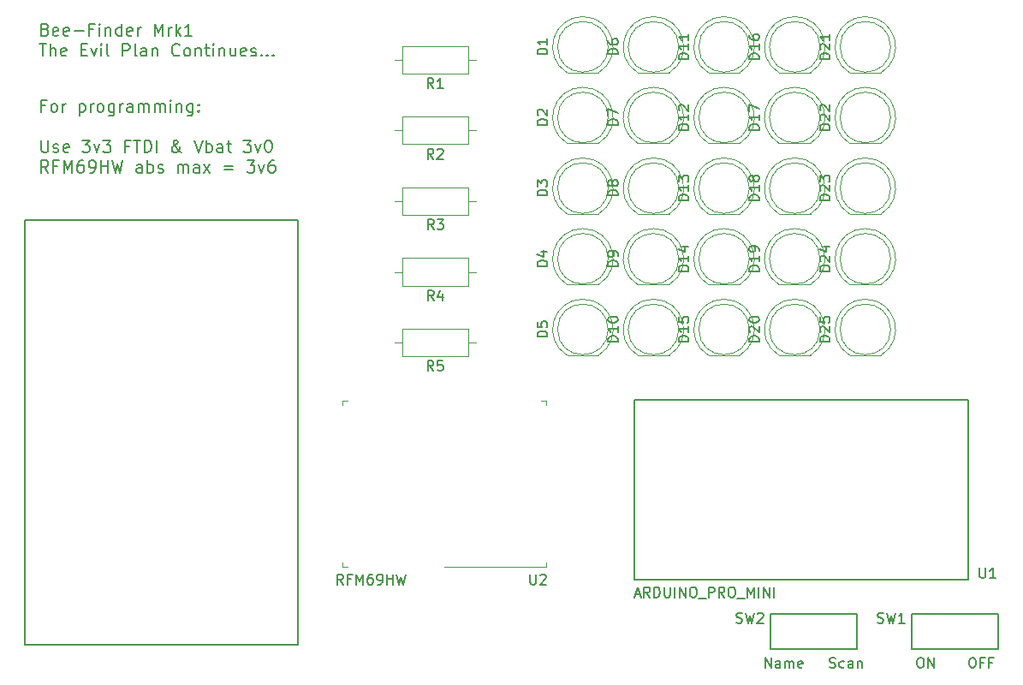
<source format=gbr>
G04 #@! TF.GenerationSoftware,KiCad,Pcbnew,(5.0.2-5)-5*
G04 #@! TF.CreationDate,2022-03-24T12:02:08+00:00*
G04 #@! TF.ProjectId,bee-badge-2000,6265652d-6261-4646-9765-2d323030302e,rev?*
G04 #@! TF.SameCoordinates,Original*
G04 #@! TF.FileFunction,Legend,Top*
G04 #@! TF.FilePolarity,Positive*
%FSLAX46Y46*%
G04 Gerber Fmt 4.6, Leading zero omitted, Abs format (unit mm)*
G04 Created by KiCad (PCBNEW (5.0.2-5)-5) date Thursday, 24 March 2022 at 12:02:08*
%MOMM*%
%LPD*%
G01*
G04 APERTURE LIST*
%ADD10C,0.200000*%
%ADD11C,0.150000*%
%ADD12C,0.120000*%
%ADD13C,0.127000*%
%ADD14C,0.100000*%
G04 APERTURE END LIST*
D10*
X84000714Y-29299285D02*
X83600714Y-29299285D01*
X83600714Y-29927857D02*
X83600714Y-28727857D01*
X84172142Y-28727857D01*
X84800714Y-29927857D02*
X84686428Y-29870714D01*
X84629285Y-29813571D01*
X84572142Y-29699285D01*
X84572142Y-29356428D01*
X84629285Y-29242142D01*
X84686428Y-29185000D01*
X84800714Y-29127857D01*
X84972142Y-29127857D01*
X85086428Y-29185000D01*
X85143571Y-29242142D01*
X85200714Y-29356428D01*
X85200714Y-29699285D01*
X85143571Y-29813571D01*
X85086428Y-29870714D01*
X84972142Y-29927857D01*
X84800714Y-29927857D01*
X85715000Y-29927857D02*
X85715000Y-29127857D01*
X85715000Y-29356428D02*
X85772142Y-29242142D01*
X85829285Y-29185000D01*
X85943571Y-29127857D01*
X86057857Y-29127857D01*
X87372142Y-29127857D02*
X87372142Y-30327857D01*
X87372142Y-29185000D02*
X87486428Y-29127857D01*
X87715000Y-29127857D01*
X87829285Y-29185000D01*
X87886428Y-29242142D01*
X87943571Y-29356428D01*
X87943571Y-29699285D01*
X87886428Y-29813571D01*
X87829285Y-29870714D01*
X87715000Y-29927857D01*
X87486428Y-29927857D01*
X87372142Y-29870714D01*
X88457857Y-29927857D02*
X88457857Y-29127857D01*
X88457857Y-29356428D02*
X88515000Y-29242142D01*
X88572142Y-29185000D01*
X88686428Y-29127857D01*
X88800714Y-29127857D01*
X89372142Y-29927857D02*
X89257857Y-29870714D01*
X89200714Y-29813571D01*
X89143571Y-29699285D01*
X89143571Y-29356428D01*
X89200714Y-29242142D01*
X89257857Y-29185000D01*
X89372142Y-29127857D01*
X89543571Y-29127857D01*
X89657857Y-29185000D01*
X89715000Y-29242142D01*
X89772142Y-29356428D01*
X89772142Y-29699285D01*
X89715000Y-29813571D01*
X89657857Y-29870714D01*
X89543571Y-29927857D01*
X89372142Y-29927857D01*
X90800714Y-29127857D02*
X90800714Y-30099285D01*
X90743571Y-30213571D01*
X90686428Y-30270714D01*
X90572142Y-30327857D01*
X90400714Y-30327857D01*
X90286428Y-30270714D01*
X90800714Y-29870714D02*
X90686428Y-29927857D01*
X90457857Y-29927857D01*
X90343571Y-29870714D01*
X90286428Y-29813571D01*
X90229285Y-29699285D01*
X90229285Y-29356428D01*
X90286428Y-29242142D01*
X90343571Y-29185000D01*
X90457857Y-29127857D01*
X90686428Y-29127857D01*
X90800714Y-29185000D01*
X91372142Y-29927857D02*
X91372142Y-29127857D01*
X91372142Y-29356428D02*
X91429285Y-29242142D01*
X91486428Y-29185000D01*
X91600714Y-29127857D01*
X91715000Y-29127857D01*
X92629285Y-29927857D02*
X92629285Y-29299285D01*
X92572142Y-29185000D01*
X92457857Y-29127857D01*
X92229285Y-29127857D01*
X92115000Y-29185000D01*
X92629285Y-29870714D02*
X92515000Y-29927857D01*
X92229285Y-29927857D01*
X92115000Y-29870714D01*
X92057857Y-29756428D01*
X92057857Y-29642142D01*
X92115000Y-29527857D01*
X92229285Y-29470714D01*
X92515000Y-29470714D01*
X92629285Y-29413571D01*
X93200714Y-29927857D02*
X93200714Y-29127857D01*
X93200714Y-29242142D02*
X93257857Y-29185000D01*
X93372142Y-29127857D01*
X93543571Y-29127857D01*
X93657857Y-29185000D01*
X93715000Y-29299285D01*
X93715000Y-29927857D01*
X93715000Y-29299285D02*
X93772142Y-29185000D01*
X93886428Y-29127857D01*
X94057857Y-29127857D01*
X94172142Y-29185000D01*
X94229285Y-29299285D01*
X94229285Y-29927857D01*
X94800714Y-29927857D02*
X94800714Y-29127857D01*
X94800714Y-29242142D02*
X94857857Y-29185000D01*
X94972142Y-29127857D01*
X95143571Y-29127857D01*
X95257857Y-29185000D01*
X95315000Y-29299285D01*
X95315000Y-29927857D01*
X95315000Y-29299285D02*
X95372142Y-29185000D01*
X95486428Y-29127857D01*
X95657857Y-29127857D01*
X95772142Y-29185000D01*
X95829285Y-29299285D01*
X95829285Y-29927857D01*
X96400714Y-29927857D02*
X96400714Y-29127857D01*
X96400714Y-28727857D02*
X96343571Y-28785000D01*
X96400714Y-28842142D01*
X96457857Y-28785000D01*
X96400714Y-28727857D01*
X96400714Y-28842142D01*
X96972142Y-29127857D02*
X96972142Y-29927857D01*
X96972142Y-29242142D02*
X97029285Y-29185000D01*
X97143571Y-29127857D01*
X97315000Y-29127857D01*
X97429285Y-29185000D01*
X97486428Y-29299285D01*
X97486428Y-29927857D01*
X98572142Y-29127857D02*
X98572142Y-30099285D01*
X98515000Y-30213571D01*
X98457857Y-30270714D01*
X98343571Y-30327857D01*
X98172142Y-30327857D01*
X98057857Y-30270714D01*
X98572142Y-29870714D02*
X98457857Y-29927857D01*
X98229285Y-29927857D01*
X98115000Y-29870714D01*
X98057857Y-29813571D01*
X98000714Y-29699285D01*
X98000714Y-29356428D01*
X98057857Y-29242142D01*
X98115000Y-29185000D01*
X98229285Y-29127857D01*
X98457857Y-29127857D01*
X98572142Y-29185000D01*
X99143571Y-29813571D02*
X99200714Y-29870714D01*
X99143571Y-29927857D01*
X99086428Y-29870714D01*
X99143571Y-29813571D01*
X99143571Y-29927857D01*
X99143571Y-29185000D02*
X99200714Y-29242142D01*
X99143571Y-29299285D01*
X99086428Y-29242142D01*
X99143571Y-29185000D01*
X99143571Y-29299285D01*
X83600714Y-32727857D02*
X83600714Y-33699285D01*
X83657857Y-33813571D01*
X83715000Y-33870714D01*
X83829285Y-33927857D01*
X84057857Y-33927857D01*
X84172142Y-33870714D01*
X84229285Y-33813571D01*
X84286428Y-33699285D01*
X84286428Y-32727857D01*
X84800714Y-33870714D02*
X84915000Y-33927857D01*
X85143571Y-33927857D01*
X85257857Y-33870714D01*
X85315000Y-33756428D01*
X85315000Y-33699285D01*
X85257857Y-33585000D01*
X85143571Y-33527857D01*
X84972142Y-33527857D01*
X84857857Y-33470714D01*
X84800714Y-33356428D01*
X84800714Y-33299285D01*
X84857857Y-33185000D01*
X84972142Y-33127857D01*
X85143571Y-33127857D01*
X85257857Y-33185000D01*
X86286428Y-33870714D02*
X86172142Y-33927857D01*
X85943571Y-33927857D01*
X85829285Y-33870714D01*
X85772142Y-33756428D01*
X85772142Y-33299285D01*
X85829285Y-33185000D01*
X85943571Y-33127857D01*
X86172142Y-33127857D01*
X86286428Y-33185000D01*
X86343571Y-33299285D01*
X86343571Y-33413571D01*
X85772142Y-33527857D01*
X87657857Y-32727857D02*
X88400714Y-32727857D01*
X88000714Y-33185000D01*
X88172142Y-33185000D01*
X88286428Y-33242142D01*
X88343571Y-33299285D01*
X88400714Y-33413571D01*
X88400714Y-33699285D01*
X88343571Y-33813571D01*
X88286428Y-33870714D01*
X88172142Y-33927857D01*
X87829285Y-33927857D01*
X87715000Y-33870714D01*
X87657857Y-33813571D01*
X88800714Y-33127857D02*
X89086428Y-33927857D01*
X89372142Y-33127857D01*
X89715000Y-32727857D02*
X90457857Y-32727857D01*
X90057857Y-33185000D01*
X90229285Y-33185000D01*
X90343571Y-33242142D01*
X90400714Y-33299285D01*
X90457857Y-33413571D01*
X90457857Y-33699285D01*
X90400714Y-33813571D01*
X90343571Y-33870714D01*
X90229285Y-33927857D01*
X89886428Y-33927857D01*
X89772142Y-33870714D01*
X89715000Y-33813571D01*
X92286428Y-33299285D02*
X91886428Y-33299285D01*
X91886428Y-33927857D02*
X91886428Y-32727857D01*
X92457857Y-32727857D01*
X92743571Y-32727857D02*
X93429285Y-32727857D01*
X93086428Y-33927857D02*
X93086428Y-32727857D01*
X93829285Y-33927857D02*
X93829285Y-32727857D01*
X94115000Y-32727857D01*
X94286428Y-32785000D01*
X94400714Y-32899285D01*
X94457857Y-33013571D01*
X94515000Y-33242142D01*
X94515000Y-33413571D01*
X94457857Y-33642142D01*
X94400714Y-33756428D01*
X94286428Y-33870714D01*
X94115000Y-33927857D01*
X93829285Y-33927857D01*
X95029285Y-33927857D02*
X95029285Y-32727857D01*
X97486428Y-33927857D02*
X97429285Y-33927857D01*
X97315000Y-33870714D01*
X97143571Y-33699285D01*
X96857857Y-33356428D01*
X96743571Y-33185000D01*
X96686428Y-33013571D01*
X96686428Y-32899285D01*
X96743571Y-32785000D01*
X96857857Y-32727857D01*
X96915000Y-32727857D01*
X97029285Y-32785000D01*
X97086428Y-32899285D01*
X97086428Y-32956428D01*
X97029285Y-33070714D01*
X96972142Y-33127857D01*
X96629285Y-33356428D01*
X96572142Y-33413571D01*
X96515000Y-33527857D01*
X96515000Y-33699285D01*
X96572142Y-33813571D01*
X96629285Y-33870714D01*
X96743571Y-33927857D01*
X96915000Y-33927857D01*
X97029285Y-33870714D01*
X97086428Y-33813571D01*
X97257857Y-33585000D01*
X97315000Y-33413571D01*
X97315000Y-33299285D01*
X98743571Y-32727857D02*
X99143571Y-33927857D01*
X99543571Y-32727857D01*
X99943571Y-33927857D02*
X99943571Y-32727857D01*
X99943571Y-33185000D02*
X100057857Y-33127857D01*
X100286428Y-33127857D01*
X100400714Y-33185000D01*
X100457857Y-33242142D01*
X100515000Y-33356428D01*
X100515000Y-33699285D01*
X100457857Y-33813571D01*
X100400714Y-33870714D01*
X100286428Y-33927857D01*
X100057857Y-33927857D01*
X99943571Y-33870714D01*
X101543571Y-33927857D02*
X101543571Y-33299285D01*
X101486428Y-33185000D01*
X101372142Y-33127857D01*
X101143571Y-33127857D01*
X101029285Y-33185000D01*
X101543571Y-33870714D02*
X101429285Y-33927857D01*
X101143571Y-33927857D01*
X101029285Y-33870714D01*
X100972142Y-33756428D01*
X100972142Y-33642142D01*
X101029285Y-33527857D01*
X101143571Y-33470714D01*
X101429285Y-33470714D01*
X101543571Y-33413571D01*
X101943571Y-33127857D02*
X102400714Y-33127857D01*
X102115000Y-32727857D02*
X102115000Y-33756428D01*
X102172142Y-33870714D01*
X102286428Y-33927857D01*
X102400714Y-33927857D01*
X103600714Y-32727857D02*
X104343571Y-32727857D01*
X103943571Y-33185000D01*
X104115000Y-33185000D01*
X104229285Y-33242142D01*
X104286428Y-33299285D01*
X104343571Y-33413571D01*
X104343571Y-33699285D01*
X104286428Y-33813571D01*
X104229285Y-33870714D01*
X104115000Y-33927857D01*
X103772142Y-33927857D01*
X103657857Y-33870714D01*
X103600714Y-33813571D01*
X104743571Y-33127857D02*
X105029285Y-33927857D01*
X105315000Y-33127857D01*
X106000714Y-32727857D02*
X106115000Y-32727857D01*
X106229285Y-32785000D01*
X106286428Y-32842142D01*
X106343571Y-32956428D01*
X106400714Y-33185000D01*
X106400714Y-33470714D01*
X106343571Y-33699285D01*
X106286428Y-33813571D01*
X106229285Y-33870714D01*
X106115000Y-33927857D01*
X106000714Y-33927857D01*
X105886428Y-33870714D01*
X105829285Y-33813571D01*
X105772142Y-33699285D01*
X105715000Y-33470714D01*
X105715000Y-33185000D01*
X105772142Y-32956428D01*
X105829285Y-32842142D01*
X105886428Y-32785000D01*
X106000714Y-32727857D01*
X84286428Y-35927857D02*
X83886428Y-35356428D01*
X83600714Y-35927857D02*
X83600714Y-34727857D01*
X84057857Y-34727857D01*
X84172142Y-34785000D01*
X84229285Y-34842142D01*
X84286428Y-34956428D01*
X84286428Y-35127857D01*
X84229285Y-35242142D01*
X84172142Y-35299285D01*
X84057857Y-35356428D01*
X83600714Y-35356428D01*
X85200714Y-35299285D02*
X84800714Y-35299285D01*
X84800714Y-35927857D02*
X84800714Y-34727857D01*
X85372142Y-34727857D01*
X85829285Y-35927857D02*
X85829285Y-34727857D01*
X86229285Y-35585000D01*
X86629285Y-34727857D01*
X86629285Y-35927857D01*
X87715000Y-34727857D02*
X87486428Y-34727857D01*
X87372142Y-34785000D01*
X87315000Y-34842142D01*
X87200714Y-35013571D01*
X87143571Y-35242142D01*
X87143571Y-35699285D01*
X87200714Y-35813571D01*
X87257857Y-35870714D01*
X87372142Y-35927857D01*
X87600714Y-35927857D01*
X87715000Y-35870714D01*
X87772142Y-35813571D01*
X87829285Y-35699285D01*
X87829285Y-35413571D01*
X87772142Y-35299285D01*
X87715000Y-35242142D01*
X87600714Y-35185000D01*
X87372142Y-35185000D01*
X87257857Y-35242142D01*
X87200714Y-35299285D01*
X87143571Y-35413571D01*
X88400714Y-35927857D02*
X88629285Y-35927857D01*
X88743571Y-35870714D01*
X88800714Y-35813571D01*
X88915000Y-35642142D01*
X88972142Y-35413571D01*
X88972142Y-34956428D01*
X88915000Y-34842142D01*
X88857857Y-34785000D01*
X88743571Y-34727857D01*
X88515000Y-34727857D01*
X88400714Y-34785000D01*
X88343571Y-34842142D01*
X88286428Y-34956428D01*
X88286428Y-35242142D01*
X88343571Y-35356428D01*
X88400714Y-35413571D01*
X88515000Y-35470714D01*
X88743571Y-35470714D01*
X88857857Y-35413571D01*
X88915000Y-35356428D01*
X88972142Y-35242142D01*
X89486428Y-35927857D02*
X89486428Y-34727857D01*
X89486428Y-35299285D02*
X90172142Y-35299285D01*
X90172142Y-35927857D02*
X90172142Y-34727857D01*
X90629285Y-34727857D02*
X90915000Y-35927857D01*
X91143571Y-35070714D01*
X91372142Y-35927857D01*
X91657857Y-34727857D01*
X93543571Y-35927857D02*
X93543571Y-35299285D01*
X93486428Y-35185000D01*
X93372142Y-35127857D01*
X93143571Y-35127857D01*
X93029285Y-35185000D01*
X93543571Y-35870714D02*
X93429285Y-35927857D01*
X93143571Y-35927857D01*
X93029285Y-35870714D01*
X92972142Y-35756428D01*
X92972142Y-35642142D01*
X93029285Y-35527857D01*
X93143571Y-35470714D01*
X93429285Y-35470714D01*
X93543571Y-35413571D01*
X94115000Y-35927857D02*
X94115000Y-34727857D01*
X94115000Y-35185000D02*
X94229285Y-35127857D01*
X94457857Y-35127857D01*
X94572142Y-35185000D01*
X94629285Y-35242142D01*
X94686428Y-35356428D01*
X94686428Y-35699285D01*
X94629285Y-35813571D01*
X94572142Y-35870714D01*
X94457857Y-35927857D01*
X94229285Y-35927857D01*
X94115000Y-35870714D01*
X95143571Y-35870714D02*
X95257857Y-35927857D01*
X95486428Y-35927857D01*
X95600714Y-35870714D01*
X95657857Y-35756428D01*
X95657857Y-35699285D01*
X95600714Y-35585000D01*
X95486428Y-35527857D01*
X95315000Y-35527857D01*
X95200714Y-35470714D01*
X95143571Y-35356428D01*
X95143571Y-35299285D01*
X95200714Y-35185000D01*
X95315000Y-35127857D01*
X95486428Y-35127857D01*
X95600714Y-35185000D01*
X97086428Y-35927857D02*
X97086428Y-35127857D01*
X97086428Y-35242142D02*
X97143571Y-35185000D01*
X97257857Y-35127857D01*
X97429285Y-35127857D01*
X97543571Y-35185000D01*
X97600714Y-35299285D01*
X97600714Y-35927857D01*
X97600714Y-35299285D02*
X97657857Y-35185000D01*
X97772142Y-35127857D01*
X97943571Y-35127857D01*
X98057857Y-35185000D01*
X98115000Y-35299285D01*
X98115000Y-35927857D01*
X99200714Y-35927857D02*
X99200714Y-35299285D01*
X99143571Y-35185000D01*
X99029285Y-35127857D01*
X98800714Y-35127857D01*
X98686428Y-35185000D01*
X99200714Y-35870714D02*
X99086428Y-35927857D01*
X98800714Y-35927857D01*
X98686428Y-35870714D01*
X98629285Y-35756428D01*
X98629285Y-35642142D01*
X98686428Y-35527857D01*
X98800714Y-35470714D01*
X99086428Y-35470714D01*
X99200714Y-35413571D01*
X99657857Y-35927857D02*
X100286428Y-35127857D01*
X99657857Y-35127857D02*
X100286428Y-35927857D01*
X101657857Y-35299285D02*
X102572142Y-35299285D01*
X102572142Y-35642142D02*
X101657857Y-35642142D01*
X103943571Y-34727857D02*
X104686428Y-34727857D01*
X104286428Y-35185000D01*
X104457857Y-35185000D01*
X104572142Y-35242142D01*
X104629285Y-35299285D01*
X104686428Y-35413571D01*
X104686428Y-35699285D01*
X104629285Y-35813571D01*
X104572142Y-35870714D01*
X104457857Y-35927857D01*
X104115000Y-35927857D01*
X104000714Y-35870714D01*
X103943571Y-35813571D01*
X105086428Y-35127857D02*
X105372142Y-35927857D01*
X105657857Y-35127857D01*
X106629285Y-34727857D02*
X106400714Y-34727857D01*
X106286428Y-34785000D01*
X106229285Y-34842142D01*
X106115000Y-35013571D01*
X106057857Y-35242142D01*
X106057857Y-35699285D01*
X106115000Y-35813571D01*
X106172142Y-35870714D01*
X106286428Y-35927857D01*
X106515000Y-35927857D01*
X106629285Y-35870714D01*
X106686428Y-35813571D01*
X106743571Y-35699285D01*
X106743571Y-35413571D01*
X106686428Y-35299285D01*
X106629285Y-35242142D01*
X106515000Y-35185000D01*
X106286428Y-35185000D01*
X106172142Y-35242142D01*
X106115000Y-35299285D01*
X106057857Y-35413571D01*
X84000714Y-21774285D02*
X84172142Y-21831428D01*
X84229285Y-21888571D01*
X84286428Y-22002857D01*
X84286428Y-22174285D01*
X84229285Y-22288571D01*
X84172142Y-22345714D01*
X84057857Y-22402857D01*
X83600714Y-22402857D01*
X83600714Y-21202857D01*
X84000714Y-21202857D01*
X84115000Y-21260000D01*
X84172142Y-21317142D01*
X84229285Y-21431428D01*
X84229285Y-21545714D01*
X84172142Y-21660000D01*
X84115000Y-21717142D01*
X84000714Y-21774285D01*
X83600714Y-21774285D01*
X85257857Y-22345714D02*
X85143571Y-22402857D01*
X84915000Y-22402857D01*
X84800714Y-22345714D01*
X84743571Y-22231428D01*
X84743571Y-21774285D01*
X84800714Y-21660000D01*
X84915000Y-21602857D01*
X85143571Y-21602857D01*
X85257857Y-21660000D01*
X85315000Y-21774285D01*
X85315000Y-21888571D01*
X84743571Y-22002857D01*
X86286428Y-22345714D02*
X86172142Y-22402857D01*
X85943571Y-22402857D01*
X85829285Y-22345714D01*
X85772142Y-22231428D01*
X85772142Y-21774285D01*
X85829285Y-21660000D01*
X85943571Y-21602857D01*
X86172142Y-21602857D01*
X86286428Y-21660000D01*
X86343571Y-21774285D01*
X86343571Y-21888571D01*
X85772142Y-22002857D01*
X86857857Y-21945714D02*
X87772142Y-21945714D01*
X88743571Y-21774285D02*
X88343571Y-21774285D01*
X88343571Y-22402857D02*
X88343571Y-21202857D01*
X88915000Y-21202857D01*
X89372142Y-22402857D02*
X89372142Y-21602857D01*
X89372142Y-21202857D02*
X89315000Y-21260000D01*
X89372142Y-21317142D01*
X89429285Y-21260000D01*
X89372142Y-21202857D01*
X89372142Y-21317142D01*
X89943571Y-21602857D02*
X89943571Y-22402857D01*
X89943571Y-21717142D02*
X90000714Y-21660000D01*
X90115000Y-21602857D01*
X90286428Y-21602857D01*
X90400714Y-21660000D01*
X90457857Y-21774285D01*
X90457857Y-22402857D01*
X91543571Y-22402857D02*
X91543571Y-21202857D01*
X91543571Y-22345714D02*
X91429285Y-22402857D01*
X91200714Y-22402857D01*
X91086428Y-22345714D01*
X91029285Y-22288571D01*
X90972142Y-22174285D01*
X90972142Y-21831428D01*
X91029285Y-21717142D01*
X91086428Y-21660000D01*
X91200714Y-21602857D01*
X91429285Y-21602857D01*
X91543571Y-21660000D01*
X92572142Y-22345714D02*
X92457857Y-22402857D01*
X92229285Y-22402857D01*
X92115000Y-22345714D01*
X92057857Y-22231428D01*
X92057857Y-21774285D01*
X92115000Y-21660000D01*
X92229285Y-21602857D01*
X92457857Y-21602857D01*
X92572142Y-21660000D01*
X92629285Y-21774285D01*
X92629285Y-21888571D01*
X92057857Y-22002857D01*
X93143571Y-22402857D02*
X93143571Y-21602857D01*
X93143571Y-21831428D02*
X93200714Y-21717142D01*
X93257857Y-21660000D01*
X93372142Y-21602857D01*
X93486428Y-21602857D01*
X94800714Y-22402857D02*
X94800714Y-21202857D01*
X95200714Y-22060000D01*
X95600714Y-21202857D01*
X95600714Y-22402857D01*
X96172142Y-22402857D02*
X96172142Y-21602857D01*
X96172142Y-21831428D02*
X96229285Y-21717142D01*
X96286428Y-21660000D01*
X96400714Y-21602857D01*
X96515000Y-21602857D01*
X96915000Y-22402857D02*
X96915000Y-21202857D01*
X97029285Y-21945714D02*
X97372142Y-22402857D01*
X97372142Y-21602857D02*
X96915000Y-22060000D01*
X98515000Y-22402857D02*
X97829285Y-22402857D01*
X98172142Y-22402857D02*
X98172142Y-21202857D01*
X98057857Y-21374285D01*
X97943571Y-21488571D01*
X97829285Y-21545714D01*
X83429285Y-23202857D02*
X84115000Y-23202857D01*
X83772142Y-24402857D02*
X83772142Y-23202857D01*
X84515000Y-24402857D02*
X84515000Y-23202857D01*
X85029285Y-24402857D02*
X85029285Y-23774285D01*
X84972142Y-23660000D01*
X84857857Y-23602857D01*
X84686428Y-23602857D01*
X84572142Y-23660000D01*
X84515000Y-23717142D01*
X86057857Y-24345714D02*
X85943571Y-24402857D01*
X85715000Y-24402857D01*
X85600714Y-24345714D01*
X85543571Y-24231428D01*
X85543571Y-23774285D01*
X85600714Y-23660000D01*
X85715000Y-23602857D01*
X85943571Y-23602857D01*
X86057857Y-23660000D01*
X86115000Y-23774285D01*
X86115000Y-23888571D01*
X85543571Y-24002857D01*
X87543571Y-23774285D02*
X87943571Y-23774285D01*
X88115000Y-24402857D02*
X87543571Y-24402857D01*
X87543571Y-23202857D01*
X88115000Y-23202857D01*
X88515000Y-23602857D02*
X88800714Y-24402857D01*
X89086428Y-23602857D01*
X89543571Y-24402857D02*
X89543571Y-23602857D01*
X89543571Y-23202857D02*
X89486428Y-23260000D01*
X89543571Y-23317142D01*
X89600714Y-23260000D01*
X89543571Y-23202857D01*
X89543571Y-23317142D01*
X90286428Y-24402857D02*
X90172142Y-24345714D01*
X90115000Y-24231428D01*
X90115000Y-23202857D01*
X91657857Y-24402857D02*
X91657857Y-23202857D01*
X92115000Y-23202857D01*
X92229285Y-23260000D01*
X92286428Y-23317142D01*
X92343571Y-23431428D01*
X92343571Y-23602857D01*
X92286428Y-23717142D01*
X92229285Y-23774285D01*
X92115000Y-23831428D01*
X91657857Y-23831428D01*
X93029285Y-24402857D02*
X92915000Y-24345714D01*
X92857857Y-24231428D01*
X92857857Y-23202857D01*
X94000714Y-24402857D02*
X94000714Y-23774285D01*
X93943571Y-23660000D01*
X93829285Y-23602857D01*
X93600714Y-23602857D01*
X93486428Y-23660000D01*
X94000714Y-24345714D02*
X93886428Y-24402857D01*
X93600714Y-24402857D01*
X93486428Y-24345714D01*
X93429285Y-24231428D01*
X93429285Y-24117142D01*
X93486428Y-24002857D01*
X93600714Y-23945714D01*
X93886428Y-23945714D01*
X94000714Y-23888571D01*
X94572142Y-23602857D02*
X94572142Y-24402857D01*
X94572142Y-23717142D02*
X94629285Y-23660000D01*
X94743571Y-23602857D01*
X94915000Y-23602857D01*
X95029285Y-23660000D01*
X95086428Y-23774285D01*
X95086428Y-24402857D01*
X97257857Y-24288571D02*
X97200714Y-24345714D01*
X97029285Y-24402857D01*
X96915000Y-24402857D01*
X96743571Y-24345714D01*
X96629285Y-24231428D01*
X96572142Y-24117142D01*
X96515000Y-23888571D01*
X96515000Y-23717142D01*
X96572142Y-23488571D01*
X96629285Y-23374285D01*
X96743571Y-23260000D01*
X96915000Y-23202857D01*
X97029285Y-23202857D01*
X97200714Y-23260000D01*
X97257857Y-23317142D01*
X97943571Y-24402857D02*
X97829285Y-24345714D01*
X97772142Y-24288571D01*
X97715000Y-24174285D01*
X97715000Y-23831428D01*
X97772142Y-23717142D01*
X97829285Y-23660000D01*
X97943571Y-23602857D01*
X98115000Y-23602857D01*
X98229285Y-23660000D01*
X98286428Y-23717142D01*
X98343571Y-23831428D01*
X98343571Y-24174285D01*
X98286428Y-24288571D01*
X98229285Y-24345714D01*
X98115000Y-24402857D01*
X97943571Y-24402857D01*
X98857857Y-23602857D02*
X98857857Y-24402857D01*
X98857857Y-23717142D02*
X98915000Y-23660000D01*
X99029285Y-23602857D01*
X99200714Y-23602857D01*
X99315000Y-23660000D01*
X99372142Y-23774285D01*
X99372142Y-24402857D01*
X99772142Y-23602857D02*
X100229285Y-23602857D01*
X99943571Y-23202857D02*
X99943571Y-24231428D01*
X100000714Y-24345714D01*
X100115000Y-24402857D01*
X100229285Y-24402857D01*
X100629285Y-24402857D02*
X100629285Y-23602857D01*
X100629285Y-23202857D02*
X100572142Y-23260000D01*
X100629285Y-23317142D01*
X100686428Y-23260000D01*
X100629285Y-23202857D01*
X100629285Y-23317142D01*
X101200714Y-23602857D02*
X101200714Y-24402857D01*
X101200714Y-23717142D02*
X101257857Y-23660000D01*
X101372142Y-23602857D01*
X101543571Y-23602857D01*
X101657857Y-23660000D01*
X101715000Y-23774285D01*
X101715000Y-24402857D01*
X102800714Y-23602857D02*
X102800714Y-24402857D01*
X102286428Y-23602857D02*
X102286428Y-24231428D01*
X102343571Y-24345714D01*
X102457857Y-24402857D01*
X102629285Y-24402857D01*
X102743571Y-24345714D01*
X102800714Y-24288571D01*
X103829285Y-24345714D02*
X103715000Y-24402857D01*
X103486428Y-24402857D01*
X103372142Y-24345714D01*
X103315000Y-24231428D01*
X103315000Y-23774285D01*
X103372142Y-23660000D01*
X103486428Y-23602857D01*
X103715000Y-23602857D01*
X103829285Y-23660000D01*
X103886428Y-23774285D01*
X103886428Y-23888571D01*
X103315000Y-24002857D01*
X104343571Y-24345714D02*
X104457857Y-24402857D01*
X104686428Y-24402857D01*
X104800714Y-24345714D01*
X104857857Y-24231428D01*
X104857857Y-24174285D01*
X104800714Y-24060000D01*
X104686428Y-24002857D01*
X104515000Y-24002857D01*
X104400714Y-23945714D01*
X104343571Y-23831428D01*
X104343571Y-23774285D01*
X104400714Y-23660000D01*
X104515000Y-23602857D01*
X104686428Y-23602857D01*
X104800714Y-23660000D01*
X105372142Y-24288571D02*
X105429285Y-24345714D01*
X105372142Y-24402857D01*
X105315000Y-24345714D01*
X105372142Y-24288571D01*
X105372142Y-24402857D01*
X105943571Y-24288571D02*
X106000714Y-24345714D01*
X105943571Y-24402857D01*
X105886428Y-24345714D01*
X105943571Y-24288571D01*
X105943571Y-24402857D01*
X106515000Y-24288571D02*
X106572142Y-24345714D01*
X106515000Y-24402857D01*
X106457857Y-24345714D01*
X106515000Y-24288571D01*
X106515000Y-24402857D01*
D11*
G04 #@! TO.C,AE1*
X82000000Y-82635000D02*
X82000000Y-40635000D01*
X82000000Y-40635000D02*
X109000000Y-40635000D01*
X109000000Y-40635000D02*
X109000000Y-82635000D01*
X109000000Y-82635000D02*
X82000000Y-82635000D01*
D12*
G04 #@! TO.C,R4*
X118540000Y-45750000D02*
X119310000Y-45750000D01*
X126620000Y-45750000D02*
X125850000Y-45750000D01*
X119310000Y-47120000D02*
X125850000Y-47120000D01*
X119310000Y-44380000D02*
X119310000Y-47120000D01*
X125850000Y-44380000D02*
X119310000Y-44380000D01*
X125850000Y-47120000D02*
X125850000Y-44380000D01*
D13*
G04 #@! TO.C,U1*
X175260000Y-76200000D02*
X175260000Y-58420000D01*
X142240000Y-76200000D02*
X175260000Y-76200000D01*
X142240000Y-58420000D02*
X142240000Y-76200000D01*
X175260000Y-58420000D02*
X142240000Y-58420000D01*
D14*
G04 #@! TO.C,U2*
X133494000Y-74875000D02*
X133494000Y-74475000D01*
X113394000Y-74875000D02*
X113394000Y-74475000D01*
X113894000Y-74875000D02*
X113394000Y-74875000D01*
X113394000Y-58875000D02*
X113394000Y-58475000D01*
X113894000Y-58475000D02*
X113394000Y-58475000D01*
X133494000Y-58875000D02*
X133494000Y-58475000D01*
X133494000Y-58475000D02*
X132994000Y-58475000D01*
X133494000Y-74875000D02*
X123494000Y-74875000D01*
D12*
G04 #@! TO.C,D1*
X135615000Y-26055000D02*
X138705000Y-26055000D01*
X139660000Y-23495000D02*
G75*
G03X139660000Y-23495000I-2500000J0D01*
G01*
X137159538Y-20505000D02*
G75*
G02X138704830Y-26055000I462J-2990000D01*
G01*
X137160462Y-20505000D02*
G75*
G03X135615170Y-26055000I-462J-2990000D01*
G01*
G04 #@! TO.C,D2*
X135615000Y-33040000D02*
X138705000Y-33040000D01*
X139660000Y-30480000D02*
G75*
G03X139660000Y-30480000I-2500000J0D01*
G01*
X137159538Y-27490000D02*
G75*
G02X138704830Y-33040000I462J-2990000D01*
G01*
X137160462Y-27490000D02*
G75*
G03X135615170Y-33040000I-462J-2990000D01*
G01*
G04 #@! TO.C,D3*
X135615000Y-40025000D02*
X138705000Y-40025000D01*
X139660000Y-37465000D02*
G75*
G03X139660000Y-37465000I-2500000J0D01*
G01*
X137159538Y-34475000D02*
G75*
G02X138704830Y-40025000I462J-2990000D01*
G01*
X137160462Y-34475000D02*
G75*
G03X135615170Y-40025000I-462J-2990000D01*
G01*
G04 #@! TO.C,D4*
X135615000Y-47010000D02*
X138705000Y-47010000D01*
X139660000Y-44450000D02*
G75*
G03X139660000Y-44450000I-2500000J0D01*
G01*
X137159538Y-41460000D02*
G75*
G02X138704830Y-47010000I462J-2990000D01*
G01*
X137160462Y-41460000D02*
G75*
G03X135615170Y-47010000I-462J-2990000D01*
G01*
G04 #@! TO.C,D5*
X135615000Y-53995000D02*
X138705000Y-53995000D01*
X139660000Y-51435000D02*
G75*
G03X139660000Y-51435000I-2500000J0D01*
G01*
X137159538Y-48445000D02*
G75*
G02X138704830Y-53995000I462J-2990000D01*
G01*
X137160462Y-48445000D02*
G75*
G03X135615170Y-53995000I-462J-2990000D01*
G01*
G04 #@! TO.C,D6*
X142600000Y-26055000D02*
X145690000Y-26055000D01*
X146645000Y-23495000D02*
G75*
G03X146645000Y-23495000I-2500000J0D01*
G01*
X144144538Y-20505000D02*
G75*
G02X145689830Y-26055000I462J-2990000D01*
G01*
X144145462Y-20505000D02*
G75*
G03X142600170Y-26055000I-462J-2990000D01*
G01*
G04 #@! TO.C,D7*
X142600000Y-33040000D02*
X145690000Y-33040000D01*
X146645000Y-30480000D02*
G75*
G03X146645000Y-30480000I-2500000J0D01*
G01*
X144144538Y-27490000D02*
G75*
G02X145689830Y-33040000I462J-2990000D01*
G01*
X144145462Y-27490000D02*
G75*
G03X142600170Y-33040000I-462J-2990000D01*
G01*
G04 #@! TO.C,D8*
X142600000Y-40025000D02*
X145690000Y-40025000D01*
X146645000Y-37465000D02*
G75*
G03X146645000Y-37465000I-2500000J0D01*
G01*
X144144538Y-34475000D02*
G75*
G02X145689830Y-40025000I462J-2990000D01*
G01*
X144145462Y-34475000D02*
G75*
G03X142600170Y-40025000I-462J-2990000D01*
G01*
G04 #@! TO.C,D9*
X142600000Y-47010000D02*
X145690000Y-47010000D01*
X146645000Y-44450000D02*
G75*
G03X146645000Y-44450000I-2500000J0D01*
G01*
X144144538Y-41460000D02*
G75*
G02X145689830Y-47010000I462J-2990000D01*
G01*
X144145462Y-41460000D02*
G75*
G03X142600170Y-47010000I-462J-2990000D01*
G01*
G04 #@! TO.C,D10*
X142600000Y-53995000D02*
X145690000Y-53995000D01*
X146645000Y-51435000D02*
G75*
G03X146645000Y-51435000I-2500000J0D01*
G01*
X144144538Y-48445000D02*
G75*
G02X145689830Y-53995000I462J-2990000D01*
G01*
X144145462Y-48445000D02*
G75*
G03X142600170Y-53995000I-462J-2990000D01*
G01*
G04 #@! TO.C,D11*
X149585000Y-26055000D02*
X152675000Y-26055000D01*
X153630000Y-23495000D02*
G75*
G03X153630000Y-23495000I-2500000J0D01*
G01*
X151129538Y-20505000D02*
G75*
G02X152674830Y-26055000I462J-2990000D01*
G01*
X151130462Y-20505000D02*
G75*
G03X149585170Y-26055000I-462J-2990000D01*
G01*
G04 #@! TO.C,D12*
X149585000Y-33040000D02*
X152675000Y-33040000D01*
X153630000Y-30480000D02*
G75*
G03X153630000Y-30480000I-2500000J0D01*
G01*
X151129538Y-27490000D02*
G75*
G02X152674830Y-33040000I462J-2990000D01*
G01*
X151130462Y-27490000D02*
G75*
G03X149585170Y-33040000I-462J-2990000D01*
G01*
G04 #@! TO.C,D13*
X149585000Y-40025000D02*
X152675000Y-40025000D01*
X153630000Y-37465000D02*
G75*
G03X153630000Y-37465000I-2500000J0D01*
G01*
X151129538Y-34475000D02*
G75*
G02X152674830Y-40025000I462J-2990000D01*
G01*
X151130462Y-34475000D02*
G75*
G03X149585170Y-40025000I-462J-2990000D01*
G01*
G04 #@! TO.C,D14*
X149585000Y-47010000D02*
X152675000Y-47010000D01*
X153630000Y-44450000D02*
G75*
G03X153630000Y-44450000I-2500000J0D01*
G01*
X151129538Y-41460000D02*
G75*
G02X152674830Y-47010000I462J-2990000D01*
G01*
X151130462Y-41460000D02*
G75*
G03X149585170Y-47010000I-462J-2990000D01*
G01*
G04 #@! TO.C,D15*
X149585000Y-53995000D02*
X152675000Y-53995000D01*
X153630000Y-51435000D02*
G75*
G03X153630000Y-51435000I-2500000J0D01*
G01*
X151129538Y-48445000D02*
G75*
G02X152674830Y-53995000I462J-2990000D01*
G01*
X151130462Y-48445000D02*
G75*
G03X149585170Y-53995000I-462J-2990000D01*
G01*
G04 #@! TO.C,D16*
X156570000Y-26055000D02*
X159660000Y-26055000D01*
X160615000Y-23495000D02*
G75*
G03X160615000Y-23495000I-2500000J0D01*
G01*
X158114538Y-20505000D02*
G75*
G02X159659830Y-26055000I462J-2990000D01*
G01*
X158115462Y-20505000D02*
G75*
G03X156570170Y-26055000I-462J-2990000D01*
G01*
G04 #@! TO.C,D17*
X156570000Y-33040000D02*
X159660000Y-33040000D01*
X160615000Y-30480000D02*
G75*
G03X160615000Y-30480000I-2500000J0D01*
G01*
X158114538Y-27490000D02*
G75*
G02X159659830Y-33040000I462J-2990000D01*
G01*
X158115462Y-27490000D02*
G75*
G03X156570170Y-33040000I-462J-2990000D01*
G01*
G04 #@! TO.C,D18*
X156570000Y-40025000D02*
X159660000Y-40025000D01*
X160615000Y-37465000D02*
G75*
G03X160615000Y-37465000I-2500000J0D01*
G01*
X158114538Y-34475000D02*
G75*
G02X159659830Y-40025000I462J-2990000D01*
G01*
X158115462Y-34475000D02*
G75*
G03X156570170Y-40025000I-462J-2990000D01*
G01*
G04 #@! TO.C,D19*
X156570000Y-47010000D02*
X159660000Y-47010000D01*
X160615000Y-44450000D02*
G75*
G03X160615000Y-44450000I-2500000J0D01*
G01*
X158114538Y-41460000D02*
G75*
G02X159659830Y-47010000I462J-2990000D01*
G01*
X158115462Y-41460000D02*
G75*
G03X156570170Y-47010000I-462J-2990000D01*
G01*
G04 #@! TO.C,D20*
X156570000Y-53995000D02*
X159660000Y-53995000D01*
X160615000Y-51435000D02*
G75*
G03X160615000Y-51435000I-2500000J0D01*
G01*
X158114538Y-48445000D02*
G75*
G02X159659830Y-53995000I462J-2990000D01*
G01*
X158115462Y-48445000D02*
G75*
G03X156570170Y-53995000I-462J-2990000D01*
G01*
G04 #@! TO.C,D21*
X163555000Y-26055000D02*
X166645000Y-26055000D01*
X167600000Y-23495000D02*
G75*
G03X167600000Y-23495000I-2500000J0D01*
G01*
X165099538Y-20505000D02*
G75*
G02X166644830Y-26055000I462J-2990000D01*
G01*
X165100462Y-20505000D02*
G75*
G03X163555170Y-26055000I-462J-2990000D01*
G01*
G04 #@! TO.C,D22*
X163555000Y-33040000D02*
X166645000Y-33040000D01*
X167600000Y-30480000D02*
G75*
G03X167600000Y-30480000I-2500000J0D01*
G01*
X165099538Y-27490000D02*
G75*
G02X166644830Y-33040000I462J-2990000D01*
G01*
X165100462Y-27490000D02*
G75*
G03X163555170Y-33040000I-462J-2990000D01*
G01*
G04 #@! TO.C,D23*
X163555000Y-40025000D02*
X166645000Y-40025000D01*
X167600000Y-37465000D02*
G75*
G03X167600000Y-37465000I-2500000J0D01*
G01*
X165099538Y-34475000D02*
G75*
G02X166644830Y-40025000I462J-2990000D01*
G01*
X165100462Y-34475000D02*
G75*
G03X163555170Y-40025000I-462J-2990000D01*
G01*
G04 #@! TO.C,D24*
X163555000Y-47010000D02*
X166645000Y-47010000D01*
X167600000Y-44450000D02*
G75*
G03X167600000Y-44450000I-2500000J0D01*
G01*
X165099538Y-41460000D02*
G75*
G02X166644830Y-47010000I462J-2990000D01*
G01*
X165100462Y-41460000D02*
G75*
G03X163555170Y-47010000I-462J-2990000D01*
G01*
G04 #@! TO.C,D25*
X163555000Y-53995000D02*
X166645000Y-53995000D01*
X167600000Y-51435000D02*
G75*
G03X167600000Y-51435000I-2500000J0D01*
G01*
X165099538Y-48445000D02*
G75*
G02X166644830Y-53995000I462J-2990000D01*
G01*
X165100462Y-48445000D02*
G75*
G03X163555170Y-53995000I-462J-2990000D01*
G01*
G04 #@! TO.C,R1*
X118515000Y-24765000D02*
X119285000Y-24765000D01*
X126595000Y-24765000D02*
X125825000Y-24765000D01*
X119285000Y-26135000D02*
X125825000Y-26135000D01*
X119285000Y-23395000D02*
X119285000Y-26135000D01*
X125825000Y-23395000D02*
X119285000Y-23395000D01*
X125825000Y-26135000D02*
X125825000Y-23395000D01*
G04 #@! TO.C,R2*
X118515000Y-31750000D02*
X119285000Y-31750000D01*
X126595000Y-31750000D02*
X125825000Y-31750000D01*
X119285000Y-33120000D02*
X125825000Y-33120000D01*
X119285000Y-30380000D02*
X119285000Y-33120000D01*
X125825000Y-30380000D02*
X119285000Y-30380000D01*
X125825000Y-33120000D02*
X125825000Y-30380000D01*
G04 #@! TO.C,R3*
X118540000Y-38735000D02*
X119310000Y-38735000D01*
X126620000Y-38735000D02*
X125850000Y-38735000D01*
X119310000Y-40105000D02*
X125850000Y-40105000D01*
X119310000Y-37365000D02*
X119310000Y-40105000D01*
X125850000Y-37365000D02*
X119310000Y-37365000D01*
X125850000Y-40105000D02*
X125850000Y-37365000D01*
G04 #@! TO.C,R5*
X118515000Y-52705000D02*
X119285000Y-52705000D01*
X126595000Y-52705000D02*
X125825000Y-52705000D01*
X119285000Y-54075000D02*
X125825000Y-54075000D01*
X119285000Y-51335000D02*
X119285000Y-54075000D01*
X125825000Y-51335000D02*
X119285000Y-51335000D01*
X125825000Y-54075000D02*
X125825000Y-51335000D01*
D11*
G04 #@! TO.C,SW1*
X169700000Y-79530000D02*
X169700000Y-79780000D01*
X169700000Y-83030000D02*
X178200000Y-83030000D01*
X169700000Y-79530000D02*
X178200000Y-79530000D01*
X178200000Y-79530000D02*
X178200000Y-83030000D01*
X169700000Y-79530000D02*
X169700000Y-83030000D01*
G04 #@! TO.C,SW2*
X155730000Y-79530000D02*
X155730000Y-79780000D01*
X155730000Y-83030000D02*
X164230000Y-83030000D01*
X155730000Y-79530000D02*
X164230000Y-79530000D01*
X164230000Y-79530000D02*
X164230000Y-83030000D01*
X155730000Y-79530000D02*
X155730000Y-83030000D01*
G04 #@! TO.C,R4*
X122413333Y-48572380D02*
X122080000Y-48096190D01*
X121841904Y-48572380D02*
X121841904Y-47572380D01*
X122222857Y-47572380D01*
X122318095Y-47620000D01*
X122365714Y-47667619D01*
X122413333Y-47762857D01*
X122413333Y-47905714D01*
X122365714Y-48000952D01*
X122318095Y-48048571D01*
X122222857Y-48096190D01*
X121841904Y-48096190D01*
X123270476Y-47905714D02*
X123270476Y-48572380D01*
X123032380Y-47524761D02*
X122794285Y-48239047D01*
X123413333Y-48239047D01*
G04 #@! TO.C,U1*
X176403095Y-75017380D02*
X176403095Y-75826904D01*
X176450714Y-75922142D01*
X176498333Y-75969761D01*
X176593571Y-76017380D01*
X176784047Y-76017380D01*
X176879285Y-75969761D01*
X176926904Y-75922142D01*
X176974523Y-75826904D01*
X176974523Y-75017380D01*
X177974523Y-76017380D02*
X177403095Y-76017380D01*
X177688809Y-76017380D02*
X177688809Y-75017380D01*
X177593571Y-75160238D01*
X177498333Y-75255476D01*
X177403095Y-75303095D01*
X142320238Y-77636666D02*
X142796428Y-77636666D01*
X142225000Y-77922380D02*
X142558333Y-76922380D01*
X142891666Y-77922380D01*
X143796428Y-77922380D02*
X143463095Y-77446190D01*
X143225000Y-77922380D02*
X143225000Y-76922380D01*
X143605952Y-76922380D01*
X143701190Y-76970000D01*
X143748809Y-77017619D01*
X143796428Y-77112857D01*
X143796428Y-77255714D01*
X143748809Y-77350952D01*
X143701190Y-77398571D01*
X143605952Y-77446190D01*
X143225000Y-77446190D01*
X144225000Y-77922380D02*
X144225000Y-76922380D01*
X144463095Y-76922380D01*
X144605952Y-76970000D01*
X144701190Y-77065238D01*
X144748809Y-77160476D01*
X144796428Y-77350952D01*
X144796428Y-77493809D01*
X144748809Y-77684285D01*
X144701190Y-77779523D01*
X144605952Y-77874761D01*
X144463095Y-77922380D01*
X144225000Y-77922380D01*
X145225000Y-76922380D02*
X145225000Y-77731904D01*
X145272619Y-77827142D01*
X145320238Y-77874761D01*
X145415476Y-77922380D01*
X145605952Y-77922380D01*
X145701190Y-77874761D01*
X145748809Y-77827142D01*
X145796428Y-77731904D01*
X145796428Y-76922380D01*
X146272619Y-77922380D02*
X146272619Y-76922380D01*
X146748809Y-77922380D02*
X146748809Y-76922380D01*
X147320238Y-77922380D01*
X147320238Y-76922380D01*
X147986904Y-76922380D02*
X148177380Y-76922380D01*
X148272619Y-76970000D01*
X148367857Y-77065238D01*
X148415476Y-77255714D01*
X148415476Y-77589047D01*
X148367857Y-77779523D01*
X148272619Y-77874761D01*
X148177380Y-77922380D01*
X147986904Y-77922380D01*
X147891666Y-77874761D01*
X147796428Y-77779523D01*
X147748809Y-77589047D01*
X147748809Y-77255714D01*
X147796428Y-77065238D01*
X147891666Y-76970000D01*
X147986904Y-76922380D01*
X148605952Y-78017619D02*
X149367857Y-78017619D01*
X149605952Y-77922380D02*
X149605952Y-76922380D01*
X149986904Y-76922380D01*
X150082142Y-76970000D01*
X150129761Y-77017619D01*
X150177380Y-77112857D01*
X150177380Y-77255714D01*
X150129761Y-77350952D01*
X150082142Y-77398571D01*
X149986904Y-77446190D01*
X149605952Y-77446190D01*
X151177380Y-77922380D02*
X150844047Y-77446190D01*
X150605952Y-77922380D02*
X150605952Y-76922380D01*
X150986904Y-76922380D01*
X151082142Y-76970000D01*
X151129761Y-77017619D01*
X151177380Y-77112857D01*
X151177380Y-77255714D01*
X151129761Y-77350952D01*
X151082142Y-77398571D01*
X150986904Y-77446190D01*
X150605952Y-77446190D01*
X151796428Y-76922380D02*
X151986904Y-76922380D01*
X152082142Y-76970000D01*
X152177380Y-77065238D01*
X152225000Y-77255714D01*
X152225000Y-77589047D01*
X152177380Y-77779523D01*
X152082142Y-77874761D01*
X151986904Y-77922380D01*
X151796428Y-77922380D01*
X151701190Y-77874761D01*
X151605952Y-77779523D01*
X151558333Y-77589047D01*
X151558333Y-77255714D01*
X151605952Y-77065238D01*
X151701190Y-76970000D01*
X151796428Y-76922380D01*
X152415476Y-78017619D02*
X153177380Y-78017619D01*
X153415476Y-77922380D02*
X153415476Y-76922380D01*
X153748809Y-77636666D01*
X154082142Y-76922380D01*
X154082142Y-77922380D01*
X154558333Y-77922380D02*
X154558333Y-76922380D01*
X155034523Y-77922380D02*
X155034523Y-76922380D01*
X155605952Y-77922380D01*
X155605952Y-76922380D01*
X156082142Y-77922380D02*
X156082142Y-76922380D01*
G04 #@! TO.C,U2*
X131953095Y-75652380D02*
X131953095Y-76461904D01*
X132000714Y-76557142D01*
X132048333Y-76604761D01*
X132143571Y-76652380D01*
X132334047Y-76652380D01*
X132429285Y-76604761D01*
X132476904Y-76557142D01*
X132524523Y-76461904D01*
X132524523Y-75652380D01*
X132953095Y-75747619D02*
X133000714Y-75700000D01*
X133095952Y-75652380D01*
X133334047Y-75652380D01*
X133429285Y-75700000D01*
X133476904Y-75747619D01*
X133524523Y-75842857D01*
X133524523Y-75938095D01*
X133476904Y-76080952D01*
X132905476Y-76652380D01*
X133524523Y-76652380D01*
X113466904Y-76652380D02*
X113133571Y-76176190D01*
X112895476Y-76652380D02*
X112895476Y-75652380D01*
X113276428Y-75652380D01*
X113371666Y-75700000D01*
X113419285Y-75747619D01*
X113466904Y-75842857D01*
X113466904Y-75985714D01*
X113419285Y-76080952D01*
X113371666Y-76128571D01*
X113276428Y-76176190D01*
X112895476Y-76176190D01*
X114228809Y-76128571D02*
X113895476Y-76128571D01*
X113895476Y-76652380D02*
X113895476Y-75652380D01*
X114371666Y-75652380D01*
X114752619Y-76652380D02*
X114752619Y-75652380D01*
X115085952Y-76366666D01*
X115419285Y-75652380D01*
X115419285Y-76652380D01*
X116324047Y-75652380D02*
X116133571Y-75652380D01*
X116038333Y-75700000D01*
X115990714Y-75747619D01*
X115895476Y-75890476D01*
X115847857Y-76080952D01*
X115847857Y-76461904D01*
X115895476Y-76557142D01*
X115943095Y-76604761D01*
X116038333Y-76652380D01*
X116228809Y-76652380D01*
X116324047Y-76604761D01*
X116371666Y-76557142D01*
X116419285Y-76461904D01*
X116419285Y-76223809D01*
X116371666Y-76128571D01*
X116324047Y-76080952D01*
X116228809Y-76033333D01*
X116038333Y-76033333D01*
X115943095Y-76080952D01*
X115895476Y-76128571D01*
X115847857Y-76223809D01*
X116895476Y-76652380D02*
X117085952Y-76652380D01*
X117181190Y-76604761D01*
X117228809Y-76557142D01*
X117324047Y-76414285D01*
X117371666Y-76223809D01*
X117371666Y-75842857D01*
X117324047Y-75747619D01*
X117276428Y-75700000D01*
X117181190Y-75652380D01*
X116990714Y-75652380D01*
X116895476Y-75700000D01*
X116847857Y-75747619D01*
X116800238Y-75842857D01*
X116800238Y-76080952D01*
X116847857Y-76176190D01*
X116895476Y-76223809D01*
X116990714Y-76271428D01*
X117181190Y-76271428D01*
X117276428Y-76223809D01*
X117324047Y-76176190D01*
X117371666Y-76080952D01*
X117800238Y-76652380D02*
X117800238Y-75652380D01*
X117800238Y-76128571D02*
X118371666Y-76128571D01*
X118371666Y-76652380D02*
X118371666Y-75652380D01*
X118752619Y-75652380D02*
X118990714Y-76652380D01*
X119181190Y-75938095D01*
X119371666Y-76652380D01*
X119609761Y-75652380D01*
G04 #@! TO.C,D1*
X133652380Y-24233095D02*
X132652380Y-24233095D01*
X132652380Y-23995000D01*
X132700000Y-23852142D01*
X132795238Y-23756904D01*
X132890476Y-23709285D01*
X133080952Y-23661666D01*
X133223809Y-23661666D01*
X133414285Y-23709285D01*
X133509523Y-23756904D01*
X133604761Y-23852142D01*
X133652380Y-23995000D01*
X133652380Y-24233095D01*
X133652380Y-22709285D02*
X133652380Y-23280714D01*
X133652380Y-22995000D02*
X132652380Y-22995000D01*
X132795238Y-23090238D01*
X132890476Y-23185476D01*
X132938095Y-23280714D01*
G04 #@! TO.C,D2*
X133652380Y-31218095D02*
X132652380Y-31218095D01*
X132652380Y-30980000D01*
X132700000Y-30837142D01*
X132795238Y-30741904D01*
X132890476Y-30694285D01*
X133080952Y-30646666D01*
X133223809Y-30646666D01*
X133414285Y-30694285D01*
X133509523Y-30741904D01*
X133604761Y-30837142D01*
X133652380Y-30980000D01*
X133652380Y-31218095D01*
X132747619Y-30265714D02*
X132700000Y-30218095D01*
X132652380Y-30122857D01*
X132652380Y-29884761D01*
X132700000Y-29789523D01*
X132747619Y-29741904D01*
X132842857Y-29694285D01*
X132938095Y-29694285D01*
X133080952Y-29741904D01*
X133652380Y-30313333D01*
X133652380Y-29694285D01*
G04 #@! TO.C,D3*
X133652380Y-38203095D02*
X132652380Y-38203095D01*
X132652380Y-37965000D01*
X132700000Y-37822142D01*
X132795238Y-37726904D01*
X132890476Y-37679285D01*
X133080952Y-37631666D01*
X133223809Y-37631666D01*
X133414285Y-37679285D01*
X133509523Y-37726904D01*
X133604761Y-37822142D01*
X133652380Y-37965000D01*
X133652380Y-38203095D01*
X132652380Y-37298333D02*
X132652380Y-36679285D01*
X133033333Y-37012619D01*
X133033333Y-36869761D01*
X133080952Y-36774523D01*
X133128571Y-36726904D01*
X133223809Y-36679285D01*
X133461904Y-36679285D01*
X133557142Y-36726904D01*
X133604761Y-36774523D01*
X133652380Y-36869761D01*
X133652380Y-37155476D01*
X133604761Y-37250714D01*
X133557142Y-37298333D01*
G04 #@! TO.C,D4*
X133652380Y-45188095D02*
X132652380Y-45188095D01*
X132652380Y-44950000D01*
X132700000Y-44807142D01*
X132795238Y-44711904D01*
X132890476Y-44664285D01*
X133080952Y-44616666D01*
X133223809Y-44616666D01*
X133414285Y-44664285D01*
X133509523Y-44711904D01*
X133604761Y-44807142D01*
X133652380Y-44950000D01*
X133652380Y-45188095D01*
X132985714Y-43759523D02*
X133652380Y-43759523D01*
X132604761Y-43997619D02*
X133319047Y-44235714D01*
X133319047Y-43616666D01*
G04 #@! TO.C,D5*
X133652380Y-52173095D02*
X132652380Y-52173095D01*
X132652380Y-51935000D01*
X132700000Y-51792142D01*
X132795238Y-51696904D01*
X132890476Y-51649285D01*
X133080952Y-51601666D01*
X133223809Y-51601666D01*
X133414285Y-51649285D01*
X133509523Y-51696904D01*
X133604761Y-51792142D01*
X133652380Y-51935000D01*
X133652380Y-52173095D01*
X132652380Y-50696904D02*
X132652380Y-51173095D01*
X133128571Y-51220714D01*
X133080952Y-51173095D01*
X133033333Y-51077857D01*
X133033333Y-50839761D01*
X133080952Y-50744523D01*
X133128571Y-50696904D01*
X133223809Y-50649285D01*
X133461904Y-50649285D01*
X133557142Y-50696904D01*
X133604761Y-50744523D01*
X133652380Y-50839761D01*
X133652380Y-51077857D01*
X133604761Y-51173095D01*
X133557142Y-51220714D01*
G04 #@! TO.C,D6*
X140637380Y-24233095D02*
X139637380Y-24233095D01*
X139637380Y-23995000D01*
X139685000Y-23852142D01*
X139780238Y-23756904D01*
X139875476Y-23709285D01*
X140065952Y-23661666D01*
X140208809Y-23661666D01*
X140399285Y-23709285D01*
X140494523Y-23756904D01*
X140589761Y-23852142D01*
X140637380Y-23995000D01*
X140637380Y-24233095D01*
X139637380Y-22804523D02*
X139637380Y-22995000D01*
X139685000Y-23090238D01*
X139732619Y-23137857D01*
X139875476Y-23233095D01*
X140065952Y-23280714D01*
X140446904Y-23280714D01*
X140542142Y-23233095D01*
X140589761Y-23185476D01*
X140637380Y-23090238D01*
X140637380Y-22899761D01*
X140589761Y-22804523D01*
X140542142Y-22756904D01*
X140446904Y-22709285D01*
X140208809Y-22709285D01*
X140113571Y-22756904D01*
X140065952Y-22804523D01*
X140018333Y-22899761D01*
X140018333Y-23090238D01*
X140065952Y-23185476D01*
X140113571Y-23233095D01*
X140208809Y-23280714D01*
G04 #@! TO.C,D7*
X140637380Y-31218095D02*
X139637380Y-31218095D01*
X139637380Y-30980000D01*
X139685000Y-30837142D01*
X139780238Y-30741904D01*
X139875476Y-30694285D01*
X140065952Y-30646666D01*
X140208809Y-30646666D01*
X140399285Y-30694285D01*
X140494523Y-30741904D01*
X140589761Y-30837142D01*
X140637380Y-30980000D01*
X140637380Y-31218095D01*
X139637380Y-30313333D02*
X139637380Y-29646666D01*
X140637380Y-30075238D01*
G04 #@! TO.C,D8*
X140637380Y-38203095D02*
X139637380Y-38203095D01*
X139637380Y-37965000D01*
X139685000Y-37822142D01*
X139780238Y-37726904D01*
X139875476Y-37679285D01*
X140065952Y-37631666D01*
X140208809Y-37631666D01*
X140399285Y-37679285D01*
X140494523Y-37726904D01*
X140589761Y-37822142D01*
X140637380Y-37965000D01*
X140637380Y-38203095D01*
X140065952Y-37060238D02*
X140018333Y-37155476D01*
X139970714Y-37203095D01*
X139875476Y-37250714D01*
X139827857Y-37250714D01*
X139732619Y-37203095D01*
X139685000Y-37155476D01*
X139637380Y-37060238D01*
X139637380Y-36869761D01*
X139685000Y-36774523D01*
X139732619Y-36726904D01*
X139827857Y-36679285D01*
X139875476Y-36679285D01*
X139970714Y-36726904D01*
X140018333Y-36774523D01*
X140065952Y-36869761D01*
X140065952Y-37060238D01*
X140113571Y-37155476D01*
X140161190Y-37203095D01*
X140256428Y-37250714D01*
X140446904Y-37250714D01*
X140542142Y-37203095D01*
X140589761Y-37155476D01*
X140637380Y-37060238D01*
X140637380Y-36869761D01*
X140589761Y-36774523D01*
X140542142Y-36726904D01*
X140446904Y-36679285D01*
X140256428Y-36679285D01*
X140161190Y-36726904D01*
X140113571Y-36774523D01*
X140065952Y-36869761D01*
G04 #@! TO.C,D9*
X140637380Y-45188095D02*
X139637380Y-45188095D01*
X139637380Y-44950000D01*
X139685000Y-44807142D01*
X139780238Y-44711904D01*
X139875476Y-44664285D01*
X140065952Y-44616666D01*
X140208809Y-44616666D01*
X140399285Y-44664285D01*
X140494523Y-44711904D01*
X140589761Y-44807142D01*
X140637380Y-44950000D01*
X140637380Y-45188095D01*
X140637380Y-44140476D02*
X140637380Y-43950000D01*
X140589761Y-43854761D01*
X140542142Y-43807142D01*
X140399285Y-43711904D01*
X140208809Y-43664285D01*
X139827857Y-43664285D01*
X139732619Y-43711904D01*
X139685000Y-43759523D01*
X139637380Y-43854761D01*
X139637380Y-44045238D01*
X139685000Y-44140476D01*
X139732619Y-44188095D01*
X139827857Y-44235714D01*
X140065952Y-44235714D01*
X140161190Y-44188095D01*
X140208809Y-44140476D01*
X140256428Y-44045238D01*
X140256428Y-43854761D01*
X140208809Y-43759523D01*
X140161190Y-43711904D01*
X140065952Y-43664285D01*
G04 #@! TO.C,D10*
X140637380Y-52649285D02*
X139637380Y-52649285D01*
X139637380Y-52411190D01*
X139685000Y-52268333D01*
X139780238Y-52173095D01*
X139875476Y-52125476D01*
X140065952Y-52077857D01*
X140208809Y-52077857D01*
X140399285Y-52125476D01*
X140494523Y-52173095D01*
X140589761Y-52268333D01*
X140637380Y-52411190D01*
X140637380Y-52649285D01*
X140637380Y-51125476D02*
X140637380Y-51696904D01*
X140637380Y-51411190D02*
X139637380Y-51411190D01*
X139780238Y-51506428D01*
X139875476Y-51601666D01*
X139923095Y-51696904D01*
X139637380Y-50506428D02*
X139637380Y-50411190D01*
X139685000Y-50315952D01*
X139732619Y-50268333D01*
X139827857Y-50220714D01*
X140018333Y-50173095D01*
X140256428Y-50173095D01*
X140446904Y-50220714D01*
X140542142Y-50268333D01*
X140589761Y-50315952D01*
X140637380Y-50411190D01*
X140637380Y-50506428D01*
X140589761Y-50601666D01*
X140542142Y-50649285D01*
X140446904Y-50696904D01*
X140256428Y-50744523D01*
X140018333Y-50744523D01*
X139827857Y-50696904D01*
X139732619Y-50649285D01*
X139685000Y-50601666D01*
X139637380Y-50506428D01*
G04 #@! TO.C,D11*
X147622380Y-24709285D02*
X146622380Y-24709285D01*
X146622380Y-24471190D01*
X146670000Y-24328333D01*
X146765238Y-24233095D01*
X146860476Y-24185476D01*
X147050952Y-24137857D01*
X147193809Y-24137857D01*
X147384285Y-24185476D01*
X147479523Y-24233095D01*
X147574761Y-24328333D01*
X147622380Y-24471190D01*
X147622380Y-24709285D01*
X147622380Y-23185476D02*
X147622380Y-23756904D01*
X147622380Y-23471190D02*
X146622380Y-23471190D01*
X146765238Y-23566428D01*
X146860476Y-23661666D01*
X146908095Y-23756904D01*
X147622380Y-22233095D02*
X147622380Y-22804523D01*
X147622380Y-22518809D02*
X146622380Y-22518809D01*
X146765238Y-22614047D01*
X146860476Y-22709285D01*
X146908095Y-22804523D01*
G04 #@! TO.C,D12*
X147622380Y-31694285D02*
X146622380Y-31694285D01*
X146622380Y-31456190D01*
X146670000Y-31313333D01*
X146765238Y-31218095D01*
X146860476Y-31170476D01*
X147050952Y-31122857D01*
X147193809Y-31122857D01*
X147384285Y-31170476D01*
X147479523Y-31218095D01*
X147574761Y-31313333D01*
X147622380Y-31456190D01*
X147622380Y-31694285D01*
X147622380Y-30170476D02*
X147622380Y-30741904D01*
X147622380Y-30456190D02*
X146622380Y-30456190D01*
X146765238Y-30551428D01*
X146860476Y-30646666D01*
X146908095Y-30741904D01*
X146717619Y-29789523D02*
X146670000Y-29741904D01*
X146622380Y-29646666D01*
X146622380Y-29408571D01*
X146670000Y-29313333D01*
X146717619Y-29265714D01*
X146812857Y-29218095D01*
X146908095Y-29218095D01*
X147050952Y-29265714D01*
X147622380Y-29837142D01*
X147622380Y-29218095D01*
G04 #@! TO.C,D13*
X147622380Y-38679285D02*
X146622380Y-38679285D01*
X146622380Y-38441190D01*
X146670000Y-38298333D01*
X146765238Y-38203095D01*
X146860476Y-38155476D01*
X147050952Y-38107857D01*
X147193809Y-38107857D01*
X147384285Y-38155476D01*
X147479523Y-38203095D01*
X147574761Y-38298333D01*
X147622380Y-38441190D01*
X147622380Y-38679285D01*
X147622380Y-37155476D02*
X147622380Y-37726904D01*
X147622380Y-37441190D02*
X146622380Y-37441190D01*
X146765238Y-37536428D01*
X146860476Y-37631666D01*
X146908095Y-37726904D01*
X146622380Y-36822142D02*
X146622380Y-36203095D01*
X147003333Y-36536428D01*
X147003333Y-36393571D01*
X147050952Y-36298333D01*
X147098571Y-36250714D01*
X147193809Y-36203095D01*
X147431904Y-36203095D01*
X147527142Y-36250714D01*
X147574761Y-36298333D01*
X147622380Y-36393571D01*
X147622380Y-36679285D01*
X147574761Y-36774523D01*
X147527142Y-36822142D01*
G04 #@! TO.C,D14*
X147622380Y-45664285D02*
X146622380Y-45664285D01*
X146622380Y-45426190D01*
X146670000Y-45283333D01*
X146765238Y-45188095D01*
X146860476Y-45140476D01*
X147050952Y-45092857D01*
X147193809Y-45092857D01*
X147384285Y-45140476D01*
X147479523Y-45188095D01*
X147574761Y-45283333D01*
X147622380Y-45426190D01*
X147622380Y-45664285D01*
X147622380Y-44140476D02*
X147622380Y-44711904D01*
X147622380Y-44426190D02*
X146622380Y-44426190D01*
X146765238Y-44521428D01*
X146860476Y-44616666D01*
X146908095Y-44711904D01*
X146955714Y-43283333D02*
X147622380Y-43283333D01*
X146574761Y-43521428D02*
X147289047Y-43759523D01*
X147289047Y-43140476D01*
G04 #@! TO.C,D15*
X147622380Y-52649285D02*
X146622380Y-52649285D01*
X146622380Y-52411190D01*
X146670000Y-52268333D01*
X146765238Y-52173095D01*
X146860476Y-52125476D01*
X147050952Y-52077857D01*
X147193809Y-52077857D01*
X147384285Y-52125476D01*
X147479523Y-52173095D01*
X147574761Y-52268333D01*
X147622380Y-52411190D01*
X147622380Y-52649285D01*
X147622380Y-51125476D02*
X147622380Y-51696904D01*
X147622380Y-51411190D02*
X146622380Y-51411190D01*
X146765238Y-51506428D01*
X146860476Y-51601666D01*
X146908095Y-51696904D01*
X146622380Y-50220714D02*
X146622380Y-50696904D01*
X147098571Y-50744523D01*
X147050952Y-50696904D01*
X147003333Y-50601666D01*
X147003333Y-50363571D01*
X147050952Y-50268333D01*
X147098571Y-50220714D01*
X147193809Y-50173095D01*
X147431904Y-50173095D01*
X147527142Y-50220714D01*
X147574761Y-50268333D01*
X147622380Y-50363571D01*
X147622380Y-50601666D01*
X147574761Y-50696904D01*
X147527142Y-50744523D01*
G04 #@! TO.C,D16*
X154607380Y-24709285D02*
X153607380Y-24709285D01*
X153607380Y-24471190D01*
X153655000Y-24328333D01*
X153750238Y-24233095D01*
X153845476Y-24185476D01*
X154035952Y-24137857D01*
X154178809Y-24137857D01*
X154369285Y-24185476D01*
X154464523Y-24233095D01*
X154559761Y-24328333D01*
X154607380Y-24471190D01*
X154607380Y-24709285D01*
X154607380Y-23185476D02*
X154607380Y-23756904D01*
X154607380Y-23471190D02*
X153607380Y-23471190D01*
X153750238Y-23566428D01*
X153845476Y-23661666D01*
X153893095Y-23756904D01*
X153607380Y-22328333D02*
X153607380Y-22518809D01*
X153655000Y-22614047D01*
X153702619Y-22661666D01*
X153845476Y-22756904D01*
X154035952Y-22804523D01*
X154416904Y-22804523D01*
X154512142Y-22756904D01*
X154559761Y-22709285D01*
X154607380Y-22614047D01*
X154607380Y-22423571D01*
X154559761Y-22328333D01*
X154512142Y-22280714D01*
X154416904Y-22233095D01*
X154178809Y-22233095D01*
X154083571Y-22280714D01*
X154035952Y-22328333D01*
X153988333Y-22423571D01*
X153988333Y-22614047D01*
X154035952Y-22709285D01*
X154083571Y-22756904D01*
X154178809Y-22804523D01*
G04 #@! TO.C,D17*
X154607380Y-31694285D02*
X153607380Y-31694285D01*
X153607380Y-31456190D01*
X153655000Y-31313333D01*
X153750238Y-31218095D01*
X153845476Y-31170476D01*
X154035952Y-31122857D01*
X154178809Y-31122857D01*
X154369285Y-31170476D01*
X154464523Y-31218095D01*
X154559761Y-31313333D01*
X154607380Y-31456190D01*
X154607380Y-31694285D01*
X154607380Y-30170476D02*
X154607380Y-30741904D01*
X154607380Y-30456190D02*
X153607380Y-30456190D01*
X153750238Y-30551428D01*
X153845476Y-30646666D01*
X153893095Y-30741904D01*
X153607380Y-29837142D02*
X153607380Y-29170476D01*
X154607380Y-29599047D01*
G04 #@! TO.C,D18*
X154607380Y-38679285D02*
X153607380Y-38679285D01*
X153607380Y-38441190D01*
X153655000Y-38298333D01*
X153750238Y-38203095D01*
X153845476Y-38155476D01*
X154035952Y-38107857D01*
X154178809Y-38107857D01*
X154369285Y-38155476D01*
X154464523Y-38203095D01*
X154559761Y-38298333D01*
X154607380Y-38441190D01*
X154607380Y-38679285D01*
X154607380Y-37155476D02*
X154607380Y-37726904D01*
X154607380Y-37441190D02*
X153607380Y-37441190D01*
X153750238Y-37536428D01*
X153845476Y-37631666D01*
X153893095Y-37726904D01*
X154035952Y-36584047D02*
X153988333Y-36679285D01*
X153940714Y-36726904D01*
X153845476Y-36774523D01*
X153797857Y-36774523D01*
X153702619Y-36726904D01*
X153655000Y-36679285D01*
X153607380Y-36584047D01*
X153607380Y-36393571D01*
X153655000Y-36298333D01*
X153702619Y-36250714D01*
X153797857Y-36203095D01*
X153845476Y-36203095D01*
X153940714Y-36250714D01*
X153988333Y-36298333D01*
X154035952Y-36393571D01*
X154035952Y-36584047D01*
X154083571Y-36679285D01*
X154131190Y-36726904D01*
X154226428Y-36774523D01*
X154416904Y-36774523D01*
X154512142Y-36726904D01*
X154559761Y-36679285D01*
X154607380Y-36584047D01*
X154607380Y-36393571D01*
X154559761Y-36298333D01*
X154512142Y-36250714D01*
X154416904Y-36203095D01*
X154226428Y-36203095D01*
X154131190Y-36250714D01*
X154083571Y-36298333D01*
X154035952Y-36393571D01*
G04 #@! TO.C,D19*
X154607380Y-45664285D02*
X153607380Y-45664285D01*
X153607380Y-45426190D01*
X153655000Y-45283333D01*
X153750238Y-45188095D01*
X153845476Y-45140476D01*
X154035952Y-45092857D01*
X154178809Y-45092857D01*
X154369285Y-45140476D01*
X154464523Y-45188095D01*
X154559761Y-45283333D01*
X154607380Y-45426190D01*
X154607380Y-45664285D01*
X154607380Y-44140476D02*
X154607380Y-44711904D01*
X154607380Y-44426190D02*
X153607380Y-44426190D01*
X153750238Y-44521428D01*
X153845476Y-44616666D01*
X153893095Y-44711904D01*
X154607380Y-43664285D02*
X154607380Y-43473809D01*
X154559761Y-43378571D01*
X154512142Y-43330952D01*
X154369285Y-43235714D01*
X154178809Y-43188095D01*
X153797857Y-43188095D01*
X153702619Y-43235714D01*
X153655000Y-43283333D01*
X153607380Y-43378571D01*
X153607380Y-43569047D01*
X153655000Y-43664285D01*
X153702619Y-43711904D01*
X153797857Y-43759523D01*
X154035952Y-43759523D01*
X154131190Y-43711904D01*
X154178809Y-43664285D01*
X154226428Y-43569047D01*
X154226428Y-43378571D01*
X154178809Y-43283333D01*
X154131190Y-43235714D01*
X154035952Y-43188095D01*
G04 #@! TO.C,D20*
X154607380Y-52649285D02*
X153607380Y-52649285D01*
X153607380Y-52411190D01*
X153655000Y-52268333D01*
X153750238Y-52173095D01*
X153845476Y-52125476D01*
X154035952Y-52077857D01*
X154178809Y-52077857D01*
X154369285Y-52125476D01*
X154464523Y-52173095D01*
X154559761Y-52268333D01*
X154607380Y-52411190D01*
X154607380Y-52649285D01*
X153702619Y-51696904D02*
X153655000Y-51649285D01*
X153607380Y-51554047D01*
X153607380Y-51315952D01*
X153655000Y-51220714D01*
X153702619Y-51173095D01*
X153797857Y-51125476D01*
X153893095Y-51125476D01*
X154035952Y-51173095D01*
X154607380Y-51744523D01*
X154607380Y-51125476D01*
X153607380Y-50506428D02*
X153607380Y-50411190D01*
X153655000Y-50315952D01*
X153702619Y-50268333D01*
X153797857Y-50220714D01*
X153988333Y-50173095D01*
X154226428Y-50173095D01*
X154416904Y-50220714D01*
X154512142Y-50268333D01*
X154559761Y-50315952D01*
X154607380Y-50411190D01*
X154607380Y-50506428D01*
X154559761Y-50601666D01*
X154512142Y-50649285D01*
X154416904Y-50696904D01*
X154226428Y-50744523D01*
X153988333Y-50744523D01*
X153797857Y-50696904D01*
X153702619Y-50649285D01*
X153655000Y-50601666D01*
X153607380Y-50506428D01*
G04 #@! TO.C,D21*
X161592380Y-24709285D02*
X160592380Y-24709285D01*
X160592380Y-24471190D01*
X160640000Y-24328333D01*
X160735238Y-24233095D01*
X160830476Y-24185476D01*
X161020952Y-24137857D01*
X161163809Y-24137857D01*
X161354285Y-24185476D01*
X161449523Y-24233095D01*
X161544761Y-24328333D01*
X161592380Y-24471190D01*
X161592380Y-24709285D01*
X160687619Y-23756904D02*
X160640000Y-23709285D01*
X160592380Y-23614047D01*
X160592380Y-23375952D01*
X160640000Y-23280714D01*
X160687619Y-23233095D01*
X160782857Y-23185476D01*
X160878095Y-23185476D01*
X161020952Y-23233095D01*
X161592380Y-23804523D01*
X161592380Y-23185476D01*
X161592380Y-22233095D02*
X161592380Y-22804523D01*
X161592380Y-22518809D02*
X160592380Y-22518809D01*
X160735238Y-22614047D01*
X160830476Y-22709285D01*
X160878095Y-22804523D01*
G04 #@! TO.C,D22*
X161592380Y-31694285D02*
X160592380Y-31694285D01*
X160592380Y-31456190D01*
X160640000Y-31313333D01*
X160735238Y-31218095D01*
X160830476Y-31170476D01*
X161020952Y-31122857D01*
X161163809Y-31122857D01*
X161354285Y-31170476D01*
X161449523Y-31218095D01*
X161544761Y-31313333D01*
X161592380Y-31456190D01*
X161592380Y-31694285D01*
X160687619Y-30741904D02*
X160640000Y-30694285D01*
X160592380Y-30599047D01*
X160592380Y-30360952D01*
X160640000Y-30265714D01*
X160687619Y-30218095D01*
X160782857Y-30170476D01*
X160878095Y-30170476D01*
X161020952Y-30218095D01*
X161592380Y-30789523D01*
X161592380Y-30170476D01*
X160687619Y-29789523D02*
X160640000Y-29741904D01*
X160592380Y-29646666D01*
X160592380Y-29408571D01*
X160640000Y-29313333D01*
X160687619Y-29265714D01*
X160782857Y-29218095D01*
X160878095Y-29218095D01*
X161020952Y-29265714D01*
X161592380Y-29837142D01*
X161592380Y-29218095D01*
G04 #@! TO.C,D23*
X161592380Y-38679285D02*
X160592380Y-38679285D01*
X160592380Y-38441190D01*
X160640000Y-38298333D01*
X160735238Y-38203095D01*
X160830476Y-38155476D01*
X161020952Y-38107857D01*
X161163809Y-38107857D01*
X161354285Y-38155476D01*
X161449523Y-38203095D01*
X161544761Y-38298333D01*
X161592380Y-38441190D01*
X161592380Y-38679285D01*
X160687619Y-37726904D02*
X160640000Y-37679285D01*
X160592380Y-37584047D01*
X160592380Y-37345952D01*
X160640000Y-37250714D01*
X160687619Y-37203095D01*
X160782857Y-37155476D01*
X160878095Y-37155476D01*
X161020952Y-37203095D01*
X161592380Y-37774523D01*
X161592380Y-37155476D01*
X160592380Y-36822142D02*
X160592380Y-36203095D01*
X160973333Y-36536428D01*
X160973333Y-36393571D01*
X161020952Y-36298333D01*
X161068571Y-36250714D01*
X161163809Y-36203095D01*
X161401904Y-36203095D01*
X161497142Y-36250714D01*
X161544761Y-36298333D01*
X161592380Y-36393571D01*
X161592380Y-36679285D01*
X161544761Y-36774523D01*
X161497142Y-36822142D01*
G04 #@! TO.C,D24*
X161592380Y-45664285D02*
X160592380Y-45664285D01*
X160592380Y-45426190D01*
X160640000Y-45283333D01*
X160735238Y-45188095D01*
X160830476Y-45140476D01*
X161020952Y-45092857D01*
X161163809Y-45092857D01*
X161354285Y-45140476D01*
X161449523Y-45188095D01*
X161544761Y-45283333D01*
X161592380Y-45426190D01*
X161592380Y-45664285D01*
X160687619Y-44711904D02*
X160640000Y-44664285D01*
X160592380Y-44569047D01*
X160592380Y-44330952D01*
X160640000Y-44235714D01*
X160687619Y-44188095D01*
X160782857Y-44140476D01*
X160878095Y-44140476D01*
X161020952Y-44188095D01*
X161592380Y-44759523D01*
X161592380Y-44140476D01*
X160925714Y-43283333D02*
X161592380Y-43283333D01*
X160544761Y-43521428D02*
X161259047Y-43759523D01*
X161259047Y-43140476D01*
G04 #@! TO.C,D25*
X161592380Y-52649285D02*
X160592380Y-52649285D01*
X160592380Y-52411190D01*
X160640000Y-52268333D01*
X160735238Y-52173095D01*
X160830476Y-52125476D01*
X161020952Y-52077857D01*
X161163809Y-52077857D01*
X161354285Y-52125476D01*
X161449523Y-52173095D01*
X161544761Y-52268333D01*
X161592380Y-52411190D01*
X161592380Y-52649285D01*
X160687619Y-51696904D02*
X160640000Y-51649285D01*
X160592380Y-51554047D01*
X160592380Y-51315952D01*
X160640000Y-51220714D01*
X160687619Y-51173095D01*
X160782857Y-51125476D01*
X160878095Y-51125476D01*
X161020952Y-51173095D01*
X161592380Y-51744523D01*
X161592380Y-51125476D01*
X160592380Y-50220714D02*
X160592380Y-50696904D01*
X161068571Y-50744523D01*
X161020952Y-50696904D01*
X160973333Y-50601666D01*
X160973333Y-50363571D01*
X161020952Y-50268333D01*
X161068571Y-50220714D01*
X161163809Y-50173095D01*
X161401904Y-50173095D01*
X161497142Y-50220714D01*
X161544761Y-50268333D01*
X161592380Y-50363571D01*
X161592380Y-50601666D01*
X161544761Y-50696904D01*
X161497142Y-50744523D01*
G04 #@! TO.C,R1*
X122388333Y-27587380D02*
X122055000Y-27111190D01*
X121816904Y-27587380D02*
X121816904Y-26587380D01*
X122197857Y-26587380D01*
X122293095Y-26635000D01*
X122340714Y-26682619D01*
X122388333Y-26777857D01*
X122388333Y-26920714D01*
X122340714Y-27015952D01*
X122293095Y-27063571D01*
X122197857Y-27111190D01*
X121816904Y-27111190D01*
X123340714Y-27587380D02*
X122769285Y-27587380D01*
X123055000Y-27587380D02*
X123055000Y-26587380D01*
X122959761Y-26730238D01*
X122864523Y-26825476D01*
X122769285Y-26873095D01*
G04 #@! TO.C,R2*
X122388333Y-34572380D02*
X122055000Y-34096190D01*
X121816904Y-34572380D02*
X121816904Y-33572380D01*
X122197857Y-33572380D01*
X122293095Y-33620000D01*
X122340714Y-33667619D01*
X122388333Y-33762857D01*
X122388333Y-33905714D01*
X122340714Y-34000952D01*
X122293095Y-34048571D01*
X122197857Y-34096190D01*
X121816904Y-34096190D01*
X122769285Y-33667619D02*
X122816904Y-33620000D01*
X122912142Y-33572380D01*
X123150238Y-33572380D01*
X123245476Y-33620000D01*
X123293095Y-33667619D01*
X123340714Y-33762857D01*
X123340714Y-33858095D01*
X123293095Y-34000952D01*
X122721666Y-34572380D01*
X123340714Y-34572380D01*
G04 #@! TO.C,R3*
X122413333Y-41557380D02*
X122080000Y-41081190D01*
X121841904Y-41557380D02*
X121841904Y-40557380D01*
X122222857Y-40557380D01*
X122318095Y-40605000D01*
X122365714Y-40652619D01*
X122413333Y-40747857D01*
X122413333Y-40890714D01*
X122365714Y-40985952D01*
X122318095Y-41033571D01*
X122222857Y-41081190D01*
X121841904Y-41081190D01*
X122746666Y-40557380D02*
X123365714Y-40557380D01*
X123032380Y-40938333D01*
X123175238Y-40938333D01*
X123270476Y-40985952D01*
X123318095Y-41033571D01*
X123365714Y-41128809D01*
X123365714Y-41366904D01*
X123318095Y-41462142D01*
X123270476Y-41509761D01*
X123175238Y-41557380D01*
X122889523Y-41557380D01*
X122794285Y-41509761D01*
X122746666Y-41462142D01*
G04 #@! TO.C,R5*
X122388333Y-55527380D02*
X122055000Y-55051190D01*
X121816904Y-55527380D02*
X121816904Y-54527380D01*
X122197857Y-54527380D01*
X122293095Y-54575000D01*
X122340714Y-54622619D01*
X122388333Y-54717857D01*
X122388333Y-54860714D01*
X122340714Y-54955952D01*
X122293095Y-55003571D01*
X122197857Y-55051190D01*
X121816904Y-55051190D01*
X123293095Y-54527380D02*
X122816904Y-54527380D01*
X122769285Y-55003571D01*
X122816904Y-54955952D01*
X122912142Y-54908333D01*
X123150238Y-54908333D01*
X123245476Y-54955952D01*
X123293095Y-55003571D01*
X123340714Y-55098809D01*
X123340714Y-55336904D01*
X123293095Y-55432142D01*
X123245476Y-55479761D01*
X123150238Y-55527380D01*
X122912142Y-55527380D01*
X122816904Y-55479761D01*
X122769285Y-55432142D01*
G04 #@! TO.C,SW1*
X166306666Y-80414761D02*
X166449523Y-80462380D01*
X166687619Y-80462380D01*
X166782857Y-80414761D01*
X166830476Y-80367142D01*
X166878095Y-80271904D01*
X166878095Y-80176666D01*
X166830476Y-80081428D01*
X166782857Y-80033809D01*
X166687619Y-79986190D01*
X166497142Y-79938571D01*
X166401904Y-79890952D01*
X166354285Y-79843333D01*
X166306666Y-79748095D01*
X166306666Y-79652857D01*
X166354285Y-79557619D01*
X166401904Y-79510000D01*
X166497142Y-79462380D01*
X166735238Y-79462380D01*
X166878095Y-79510000D01*
X167211428Y-79462380D02*
X167449523Y-80462380D01*
X167640000Y-79748095D01*
X167830476Y-80462380D01*
X168068571Y-79462380D01*
X168973333Y-80462380D02*
X168401904Y-80462380D01*
X168687619Y-80462380D02*
X168687619Y-79462380D01*
X168592380Y-79605238D01*
X168497142Y-79700476D01*
X168401904Y-79748095D01*
X170466190Y-83907380D02*
X170656666Y-83907380D01*
X170751904Y-83955000D01*
X170847142Y-84050238D01*
X170894761Y-84240714D01*
X170894761Y-84574047D01*
X170847142Y-84764523D01*
X170751904Y-84859761D01*
X170656666Y-84907380D01*
X170466190Y-84907380D01*
X170370952Y-84859761D01*
X170275714Y-84764523D01*
X170228095Y-84574047D01*
X170228095Y-84240714D01*
X170275714Y-84050238D01*
X170370952Y-83955000D01*
X170466190Y-83907380D01*
X171323333Y-84907380D02*
X171323333Y-83907380D01*
X171894761Y-84907380D01*
X171894761Y-83907380D01*
X175609047Y-83907380D02*
X175799523Y-83907380D01*
X175894761Y-83955000D01*
X175990000Y-84050238D01*
X176037619Y-84240714D01*
X176037619Y-84574047D01*
X175990000Y-84764523D01*
X175894761Y-84859761D01*
X175799523Y-84907380D01*
X175609047Y-84907380D01*
X175513809Y-84859761D01*
X175418571Y-84764523D01*
X175370952Y-84574047D01*
X175370952Y-84240714D01*
X175418571Y-84050238D01*
X175513809Y-83955000D01*
X175609047Y-83907380D01*
X176799523Y-84383571D02*
X176466190Y-84383571D01*
X176466190Y-84907380D02*
X176466190Y-83907380D01*
X176942380Y-83907380D01*
X177656666Y-84383571D02*
X177323333Y-84383571D01*
X177323333Y-84907380D02*
X177323333Y-83907380D01*
X177799523Y-83907380D01*
G04 #@! TO.C,SW2*
X152336666Y-80414761D02*
X152479523Y-80462380D01*
X152717619Y-80462380D01*
X152812857Y-80414761D01*
X152860476Y-80367142D01*
X152908095Y-80271904D01*
X152908095Y-80176666D01*
X152860476Y-80081428D01*
X152812857Y-80033809D01*
X152717619Y-79986190D01*
X152527142Y-79938571D01*
X152431904Y-79890952D01*
X152384285Y-79843333D01*
X152336666Y-79748095D01*
X152336666Y-79652857D01*
X152384285Y-79557619D01*
X152431904Y-79510000D01*
X152527142Y-79462380D01*
X152765238Y-79462380D01*
X152908095Y-79510000D01*
X153241428Y-79462380D02*
X153479523Y-80462380D01*
X153670000Y-79748095D01*
X153860476Y-80462380D01*
X154098571Y-79462380D01*
X154431904Y-79557619D02*
X154479523Y-79510000D01*
X154574761Y-79462380D01*
X154812857Y-79462380D01*
X154908095Y-79510000D01*
X154955714Y-79557619D01*
X155003333Y-79652857D01*
X155003333Y-79748095D01*
X154955714Y-79890952D01*
X154384285Y-80462380D01*
X155003333Y-80462380D01*
X155194285Y-84907380D02*
X155194285Y-83907380D01*
X155765714Y-84907380D01*
X155765714Y-83907380D01*
X156670476Y-84907380D02*
X156670476Y-84383571D01*
X156622857Y-84288333D01*
X156527619Y-84240714D01*
X156337142Y-84240714D01*
X156241904Y-84288333D01*
X156670476Y-84859761D02*
X156575238Y-84907380D01*
X156337142Y-84907380D01*
X156241904Y-84859761D01*
X156194285Y-84764523D01*
X156194285Y-84669285D01*
X156241904Y-84574047D01*
X156337142Y-84526428D01*
X156575238Y-84526428D01*
X156670476Y-84478809D01*
X157146666Y-84907380D02*
X157146666Y-84240714D01*
X157146666Y-84335952D02*
X157194285Y-84288333D01*
X157289523Y-84240714D01*
X157432380Y-84240714D01*
X157527619Y-84288333D01*
X157575238Y-84383571D01*
X157575238Y-84907380D01*
X157575238Y-84383571D02*
X157622857Y-84288333D01*
X157718095Y-84240714D01*
X157860952Y-84240714D01*
X157956190Y-84288333D01*
X158003809Y-84383571D01*
X158003809Y-84907380D01*
X158860952Y-84859761D02*
X158765714Y-84907380D01*
X158575238Y-84907380D01*
X158480000Y-84859761D01*
X158432380Y-84764523D01*
X158432380Y-84383571D01*
X158480000Y-84288333D01*
X158575238Y-84240714D01*
X158765714Y-84240714D01*
X158860952Y-84288333D01*
X158908571Y-84383571D01*
X158908571Y-84478809D01*
X158432380Y-84574047D01*
X161575238Y-84859761D02*
X161718095Y-84907380D01*
X161956190Y-84907380D01*
X162051428Y-84859761D01*
X162099047Y-84812142D01*
X162146666Y-84716904D01*
X162146666Y-84621666D01*
X162099047Y-84526428D01*
X162051428Y-84478809D01*
X161956190Y-84431190D01*
X161765714Y-84383571D01*
X161670476Y-84335952D01*
X161622857Y-84288333D01*
X161575238Y-84193095D01*
X161575238Y-84097857D01*
X161622857Y-84002619D01*
X161670476Y-83955000D01*
X161765714Y-83907380D01*
X162003809Y-83907380D01*
X162146666Y-83955000D01*
X163003809Y-84859761D02*
X162908571Y-84907380D01*
X162718095Y-84907380D01*
X162622857Y-84859761D01*
X162575238Y-84812142D01*
X162527619Y-84716904D01*
X162527619Y-84431190D01*
X162575238Y-84335952D01*
X162622857Y-84288333D01*
X162718095Y-84240714D01*
X162908571Y-84240714D01*
X163003809Y-84288333D01*
X163860952Y-84907380D02*
X163860952Y-84383571D01*
X163813333Y-84288333D01*
X163718095Y-84240714D01*
X163527619Y-84240714D01*
X163432380Y-84288333D01*
X163860952Y-84859761D02*
X163765714Y-84907380D01*
X163527619Y-84907380D01*
X163432380Y-84859761D01*
X163384761Y-84764523D01*
X163384761Y-84669285D01*
X163432380Y-84574047D01*
X163527619Y-84526428D01*
X163765714Y-84526428D01*
X163860952Y-84478809D01*
X164337142Y-84240714D02*
X164337142Y-84907380D01*
X164337142Y-84335952D02*
X164384761Y-84288333D01*
X164480000Y-84240714D01*
X164622857Y-84240714D01*
X164718095Y-84288333D01*
X164765714Y-84383571D01*
X164765714Y-84907380D01*
G04 #@! TD*
M02*

</source>
